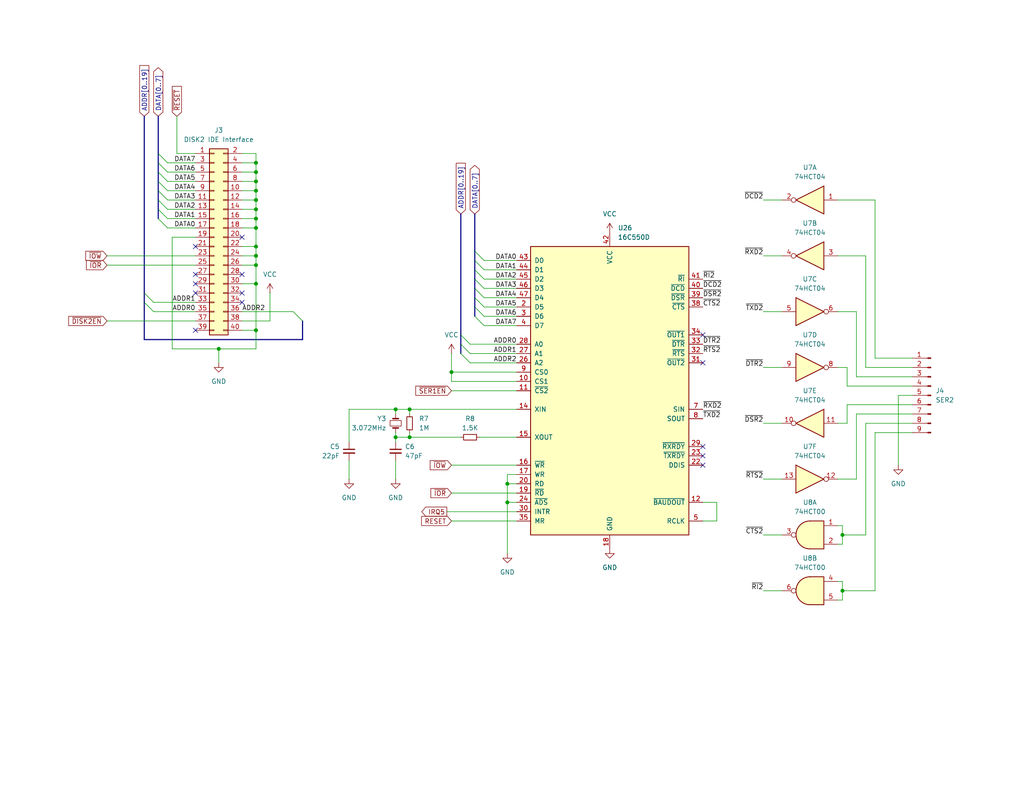
<source format=kicad_sch>
(kicad_sch (version 20231120) (generator "eeschema") (generator_version "8.0")
  (paper "A")
  (title_block (title "8088 Breadboard Computer") (date "2024-11-13") (rev "A") (company "St. Lawrence University") (comment 1 "Author: Kevin Angstadt"))
  (lib_symbols
    (symbol "74xx:74HCT00" (pin_names (offset 1.016))
      (property "Reference" "U" (at 0 1.27 0))
      (property "Value" "74HCT00" (at 0 -1.27 0))
      (symbol "74HCT00_1_1"
        (arc (start 0 -3.81) (mid 3.7934 0) (end 0 3.81) (stroke (width 0.254)) (fill (type background)))
        (polyline (pts (xy 0 3.81) (xy -3.81 3.81) (xy -3.81 -3.81) (xy 0 -3.81)) (stroke (width 0.254)) (fill (type background)))
        (pin input line (at -7.62 2.54 0) (length 3.81) (name "~") (number "1"))
        (pin input line (at -7.62 -2.54 0) (length 3.81) (name "~") (number "2"))
        (pin output inverted (at 7.62 0 180) (length 3.81) (name "~") (number "3"))
      )
      (symbol "74HCT00_1_2"
        (arc (start -3.81 -3.81) (mid -2.589 0) (end -3.81 3.81) (stroke (width 0.254)))
        (arc (start -0.6096 -3.81) (mid 2.1842 -2.5851) (end 3.81 0) (stroke (width 0.254)) (fill (type background)))
        (polyline (pts (xy -3.81 -3.81) (xy -0.635 -3.81)) (stroke (width 0.254)) (fill (type background)))
        (polyline (pts (xy -3.81 3.81) (xy -0.635 3.81)) (stroke (width 0.254)) (fill (type background)))
        (polyline (pts (xy -0.635 3.81) (xy -3.81 3.81) (xy -3.81 3.81) (xy -3.556 3.4036) (xy -3.0226 2.2606) (xy -2.6924 1.0414) (xy -2.6162 -0.254) (xy -2.7686 -1.4986) (xy -3.175 -2.7178) (xy -3.81 -3.81) (xy -3.81 -3.81) (xy -0.635 -3.81)) (stroke (width -25.4)) (fill (type background)))
        (arc (start 3.81 0) (mid 2.1915 2.5936) (end -0.6096 3.81) (stroke (width 0.254)) (fill (type background)))
        (pin input inverted (at -7.62 2.54 0) (length 4.318) (name "~") (number "1"))
        (pin input inverted (at -7.62 -2.54 0) (length 4.318) (name "~") (number "2"))
        (pin output line (at 7.62 0 180) (length 3.81) (name "~") (number "3"))
      )
      (symbol "74HCT00_2_1"
        (arc (start 0 -3.81) (mid 3.7934 0) (end 0 3.81) (stroke (width 0.254)) (fill (type background)))
        (polyline (pts (xy 0 3.81) (xy -3.81 3.81) (xy -3.81 -3.81) (xy 0 -3.81)) (stroke (width 0.254)) (fill (type background)))
        (pin input line (at -7.62 2.54 0) (length 3.81) (name "~") (number "4"))
        (pin input line (at -7.62 -2.54 0) (length 3.81) (name "~") (number "5"))
        (pin output inverted (at 7.62 0 180) (length 3.81) (name "~") (number "6"))
      )
      (symbol "74HCT00_2_2"
        (arc (start -3.81 -3.81) (mid -2.589 0) (end -3.81 3.81) (stroke (width 0.254)))
        (arc (start -0.6096 -3.81) (mid 2.1842 -2.5851) (end 3.81 0) (stroke (width 0.254)) (fill (type background)))
        (polyline (pts (xy -3.81 -3.81) (xy -0.635 -3.81)) (stroke (width 0.254)) (fill (type background)))
        (polyline (pts (xy -3.81 3.81) (xy -0.635 3.81)) (stroke (width 0.254)) (fill (type background)))
        (polyline (pts (xy -0.635 3.81) (xy -3.81 3.81) (xy -3.81 3.81) (xy -3.556 3.4036) (xy -3.0226 2.2606) (xy -2.6924 1.0414) (xy -2.6162 -0.254) (xy -2.7686 -1.4986) (xy -3.175 -2.7178) (xy -3.81 -3.81) (xy -3.81 -3.81) (xy -0.635 -3.81)) (stroke (width -25.4)) (fill (type background)))
        (arc (start 3.81 0) (mid 2.1915 2.5936) (end -0.6096 3.81) (stroke (width 0.254)) (fill (type background)))
        (pin input inverted (at -7.62 2.54 0) (length 4.318) (name "~") (number "4"))
        (pin input inverted (at -7.62 -2.54 0) (length 4.318) (name "~") (number "5"))
        (pin output line (at 7.62 0 180) (length 3.81) (name "~") (number "6"))
      )
      (symbol "74HCT00_3_1"
        (arc (start 0 -3.81) (mid 3.7934 0) (end 0 3.81) (stroke (width 0.254)) (fill (type background)))
        (polyline (pts (xy 0 3.81) (xy -3.81 3.81) (xy -3.81 -3.81) (xy 0 -3.81)) (stroke (width 0.254)) (fill (type background)))
        (pin input line (at -7.62 -2.54 0) (length 3.81) (name "~") (number "10"))
        (pin output inverted (at 7.62 0 180) (length 3.81) (name "~") (number "8"))
        (pin input line (at -7.62 2.54 0) (length 3.81) (name "~") (number "9"))
      )
      (symbol "74HCT00_3_2"
        (arc (start -3.81 -3.81) (mid -2.589 0) (end -3.81 3.81) (stroke (width 0.254)))
        (arc (start -0.6096 -3.81) (mid 2.1842 -2.5851) (end 3.81 0) (stroke (width 0.254)) (fill (type background)))
        (polyline (pts (xy -3.81 -3.81) (xy -0.635 -3.81)) (stroke (width 0.254)) (fill (type background)))
        (polyline (pts (xy -3.81 3.81) (xy -0.635 3.81)) (stroke (width 0.254)) (fill (type background)))
        (polyline (pts (xy -0.635 3.81) (xy -3.81 3.81) (xy -3.81 3.81) (xy -3.556 3.4036) (xy -3.0226 2.2606) (xy -2.6924 1.0414) (xy -2.6162 -0.254) (xy -2.7686 -1.4986) (xy -3.175 -2.7178) (xy -3.81 -3.81) (xy -3.81 -3.81) (xy -0.635 -3.81)) (stroke (width -25.4)) (fill (type background)))
        (arc (start 3.81 0) (mid 2.1915 2.5936) (end -0.6096 3.81) (stroke (width 0.254)) (fill (type background)))
        (pin input inverted (at -7.62 -2.54 0) (length 4.318) (name "~") (number "10"))
        (pin output line (at 7.62 0 180) (length 3.81) (name "~") (number "8"))
        (pin input inverted (at -7.62 2.54 0) (length 4.318) (name "~") (number "9"))
      )
      (symbol "74HCT00_4_1"
        (arc (start 0 -3.81) (mid 3.7934 0) (end 0 3.81) (stroke (width 0.254)) (fill (type background)))
        (polyline (pts (xy 0 3.81) (xy -3.81 3.81) (xy -3.81 -3.81) (xy 0 -3.81)) (stroke (width 0.254)) (fill (type background)))
        (pin output inverted (at 7.62 0 180) (length 3.81) (name "~") (number "11"))
        (pin input line (at -7.62 2.54 0) (length 3.81) (name "~") (number "12"))
        (pin input line (at -7.62 -2.54 0) (length 3.81) (name "~") (number "13"))
      )
      (symbol "74HCT00_4_2"
        (arc (start -3.81 -3.81) (mid -2.589 0) (end -3.81 3.81) (stroke (width 0.254)))
        (arc (start -0.6096 -3.81) (mid 2.1842 -2.5851) (end 3.81 0) (stroke (width 0.254)) (fill (type background)))
        (polyline (pts (xy -3.81 -3.81) (xy -0.635 -3.81)) (stroke (width 0.254)) (fill (type background)))
        (polyline (pts (xy -3.81 3.81) (xy -0.635 3.81)) (stroke (width 0.254)) (fill (type background)))
        (polyline (pts (xy -0.635 3.81) (xy -3.81 3.81) (xy -3.81 3.81) (xy -3.556 3.4036) (xy -3.0226 2.2606) (xy -2.6924 1.0414) (xy -2.6162 -0.254) (xy -2.7686 -1.4986) (xy -3.175 -2.7178) (xy -3.81 -3.81) (xy -3.81 -3.81) (xy -0.635 -3.81)) (stroke (width -25.4)) (fill (type background)))
        (arc (start 3.81 0) (mid 2.1915 2.5936) (end -0.6096 3.81) (stroke (width 0.254)) (fill (type background)))
        (pin output line (at 7.62 0 180) (length 3.81) (name "~") (number "11"))
        (pin input inverted (at -7.62 2.54 0) (length 4.318) (name "~") (number "12"))
        (pin input inverted (at -7.62 -2.54 0) (length 4.318) (name "~") (number "13"))
      )
      (symbol "74HCT00_5_0"
        (pin power_in line (at 0 12.7 270) (length 5.08) (name "VCC") (number "14"))
        (pin power_in line (at 0 -12.7 90) (length 5.08) (name "GND") (number "7"))
      )
      (symbol "74HCT00_5_1"
        (rectangle (start -5.08 7.62) (end 5.08 -7.62) (stroke (width 0.254)) (fill (type background)))
      )
    )
    (symbol "74xx:74HCT04"
      (property "Reference" "U" (at 0 1.27 0))
      (property "Value" "74HCT04" (at 0 -1.27 0))
      (symbol "74HCT04_1_0"
        (polyline (pts (xy -3.81 3.81) (xy -3.81 -3.81) (xy 3.81 0) (xy -3.81 3.81)) (stroke (width 0.254)) (fill (type background)))
        (pin input line (at -7.62 0 0) (length 3.81) (name "~") (number "1"))
        (pin output inverted (at 7.62 0 180) (length 3.81) (name "~") (number "2"))
      )
      (symbol "74HCT04_2_0"
        (polyline (pts (xy -3.81 3.81) (xy -3.81 -3.81) (xy 3.81 0) (xy -3.81 3.81)) (stroke (width 0.254)) (fill (type background)))
        (pin input line (at -7.62 0 0) (length 3.81) (name "~") (number "3"))
        (pin output inverted (at 7.62 0 180) (length 3.81) (name "~") (number "4"))
      )
      (symbol "74HCT04_3_0"
        (polyline (pts (xy -3.81 3.81) (xy -3.81 -3.81) (xy 3.81 0) (xy -3.81 3.81)) (stroke (width 0.254)) (fill (type background)))
        (pin input line (at -7.62 0 0) (length 3.81) (name "~") (number "5"))
        (pin output inverted (at 7.62 0 180) (length 3.81) (name "~") (number "6"))
      )
      (symbol "74HCT04_4_0"
        (polyline (pts (xy -3.81 3.81) (xy -3.81 -3.81) (xy 3.81 0) (xy -3.81 3.81)) (stroke (width 0.254)) (fill (type background)))
        (pin output inverted (at 7.62 0 180) (length 3.81) (name "~") (number "8"))
        (pin input line (at -7.62 0 0) (length 3.81) (name "~") (number "9"))
      )
      (symbol "74HCT04_5_0"
        (polyline (pts (xy -3.81 3.81) (xy -3.81 -3.81) (xy 3.81 0) (xy -3.81 3.81)) (stroke (width 0.254)) (fill (type background)))
        (pin output inverted (at 7.62 0 180) (length 3.81) (name "~") (number "10"))
        (pin input line (at -7.62 0 0) (length 3.81) (name "~") (number "11"))
      )
      (symbol "74HCT04_6_0"
        (polyline (pts (xy -3.81 3.81) (xy -3.81 -3.81) (xy 3.81 0) (xy -3.81 3.81)) (stroke (width 0.254)) (fill (type background)))
        (pin output inverted (at 7.62 0 180) (length 3.81) (name "~") (number "12"))
        (pin input line (at -7.62 0 0) (length 3.81) (name "~") (number "13"))
      )
      (symbol "74HCT04_7_0"
        (pin power_in line (at 0 12.7 270) (length 5.08) (name "VCC") (number "14"))
        (pin power_in line (at 0 -12.7 90) (length 5.08) (name "GND") (number "7"))
      )
      (symbol "74HCT04_7_1"
        (rectangle (start -5.08 7.62) (end 5.08 -7.62) (stroke (width 0.254)) (fill (type background)))
      )
    )
    (symbol "8088_Library:16C550D" (pin_names (offset 1.016))
      (property "Reference" "U" (at -21.59 40.64 0))
      (property "Value" "16C550D" (at 15.24 40.64 0))
      (symbol "16C550D_0_1"
        (rectangle (start -21.59 -39.37) (end 21.59 39.37) (stroke (width 0.254)) (fill (type background)))
      )
      (symbol "16C550D_1_0"
        (pin no_connect line (at 24.13 35.56 180) (length 2.54) hide (name "NC") (number "1"))
        (pin no_connect line (at 24.13 20.32 180) (length 2.54) hide (name "NC") (number "13"))
        (pin no_connect line (at 24.13 17.78 180) (length 2.54) hide (name "NC") (number "21"))
        (pin no_connect line (at 24.13 5.08 180) (length 2.54) hide (name "NC") (number "25"))
        (pin no_connect line (at 24.13 2.54 180) (length 2.54) hide (name "NC") (number "36"))
        (pin no_connect line (at 24.13 0 180) (length 2.54) hide (name "NC") (number "37"))
        (pin no_connect line (at 24.13 -2.54 180) (length 2.54) hide (name "NC") (number "48"))
        (pin no_connect line (at 24.13 33.02 180) (length 2.54) hide (name "NC") (number "6"))
      )
      (symbol "16C550D_1_1"
        (pin input line (at -25.4 2.54 0) (length 3.81) (name "CS1") (number "10"))
        (pin input line (at -25.4 0 0) (length 3.81) (name "~{CS2}") (number "11"))
        (pin output line (at 25.4 -30.48 180) (length 3.81) (name "~{BAUDOUT}") (number "12"))
        (pin input line (at -25.4 -5.08 0) (length 3.81) (name "XIN") (number "14"))
        (pin output line (at -25.4 -12.7 0) (length 3.81) (name "XOUT") (number "15"))
        (pin input line (at -25.4 -20.32 0) (length 3.81) (name "~{WR}") (number "16"))
        (pin input line (at -25.4 -22.86 0) (length 3.81) (name "WR") (number "17"))
        (pin power_in line (at 0 -43.18 90) (length 3.81) (name "GND") (number "18"))
        (pin input line (at -25.4 -27.94 0) (length 3.81) (name "~{RD}") (number "19"))
        (pin bidirectional line (at -25.4 22.86 0) (length 3.81) (name "D5") (number "2"))
        (pin input line (at -25.4 -25.4 0) (length 3.81) (name "RD") (number "20"))
        (pin output line (at 25.4 -20.32 180) (length 3.81) (name "DDIS") (number "22"))
        (pin output line (at 25.4 -17.78 180) (length 3.81) (name "~{TXRDY}") (number "23"))
        (pin input line (at -25.4 -30.48 0) (length 3.81) (name "~{ADS}") (number "24"))
        (pin input line (at -25.4 7.62 0) (length 3.81) (name "A2") (number "26"))
        (pin input line (at -25.4 10.16 0) (length 3.81) (name "A1") (number "27"))
        (pin input line (at -25.4 12.7 0) (length 3.81) (name "A0") (number "28"))
        (pin output line (at 25.4 -15.24 180) (length 3.81) (name "~{RXRDY}") (number "29"))
        (pin bidirectional line (at -25.4 20.32 0) (length 3.81) (name "D6") (number "3"))
        (pin output line (at -25.4 -33.02 0) (length 3.81) (name "INTR") (number "30"))
        (pin output line (at 25.4 7.62 180) (length 3.81) (name "~{OUT2}") (number "31"))
        (pin output line (at 25.4 10.16 180) (length 3.81) (name "~{RTS}") (number "32"))
        (pin output line (at 25.4 12.7 180) (length 3.81) (name "~{DTR}") (number "33"))
        (pin output line (at 25.4 15.24 180) (length 3.81) (name "~{OUT1}") (number "34"))
        (pin input line (at -25.4 -35.56 0) (length 3.81) (name "MR") (number "35"))
        (pin input line (at 25.4 22.86 180) (length 3.81) (name "~{CTS}") (number "38"))
        (pin input line (at 25.4 25.4 180) (length 3.81) (name "~{DSR}") (number "39"))
        (pin bidirectional line (at -25.4 17.78 0) (length 3.81) (name "D7") (number "4"))
        (pin input line (at 25.4 27.94 180) (length 3.81) (name "~{DCD}") (number "40"))
        (pin input line (at 25.4 30.48 180) (length 3.81) (name "~{RI}") (number "41"))
        (pin power_in line (at 0 43.18 270) (length 3.81) (name "VCC") (number "42"))
        (pin bidirectional line (at -25.4 35.56 0) (length 3.81) (name "D0") (number "43"))
        (pin bidirectional line (at -25.4 33.02 0) (length 3.81) (name "D1") (number "44"))
        (pin bidirectional line (at -25.4 30.48 0) (length 3.81) (name "D2") (number "45"))
        (pin bidirectional line (at -25.4 27.94 0) (length 3.81) (name "D3") (number "46"))
        (pin bidirectional line (at -25.4 25.4 0) (length 3.81) (name "D4") (number "47"))
        (pin input line (at 25.4 -35.56 180) (length 3.81) (name "RCLK") (number "5"))
        (pin input line (at 25.4 -5.08 180) (length 3.81) (name "SIN") (number "7"))
        (pin output line (at 25.4 -7.62 180) (length 3.81) (name "SOUT") (number "8"))
        (pin input line (at -25.4 5.08 0) (length 3.81) (name "CS0") (number "9"))
      )
    )
    (symbol "Connector:Conn_01x09_Pin" (pin_names (offset 1.016) hide)
      (property "Reference" "J" (at 0 12.7 0))
      (property "Value" "Conn_01x09_Pin" (at 0 -12.7 0))
      (symbol "Conn_01x09_Pin_1_1"
        (polyline (pts (xy 1.27 -10.16) (xy 0.8636 -10.16)) (stroke (width 0.1524)))
        (polyline (pts (xy 1.27 -7.62) (xy 0.8636 -7.62)) (stroke (width 0.1524)))
        (polyline (pts (xy 1.27 -5.08) (xy 0.8636 -5.08)) (stroke (width 0.1524)))
        (polyline (pts (xy 1.27 -2.54) (xy 0.8636 -2.54)) (stroke (width 0.1524)))
        (polyline (pts (xy 1.27 0) (xy 0.8636 0)) (stroke (width 0.1524)))
        (polyline (pts (xy 1.27 2.54) (xy 0.8636 2.54)) (stroke (width 0.1524)))
        (polyline (pts (xy 1.27 5.08) (xy 0.8636 5.08)) (stroke (width 0.1524)))
        (polyline (pts (xy 1.27 7.62) (xy 0.8636 7.62)) (stroke (width 0.1524)))
        (polyline (pts (xy 1.27 10.16) (xy 0.8636 10.16)) (stroke (width 0.1524)))
        (rectangle (start 0.8636 -10.033) (end 0 -10.287) (stroke (width 0.1524)) (fill (type outline)))
        (rectangle (start 0.8636 -7.493) (end 0 -7.747) (stroke (width 0.1524)) (fill (type outline)))
        (rectangle (start 0.8636 -4.953) (end 0 -5.207) (stroke (width 0.1524)) (fill (type outline)))
        (rectangle (start 0.8636 -2.413) (end 0 -2.667) (stroke (width 0.1524)) (fill (type outline)))
        (rectangle (start 0.8636 0.127) (end 0 -0.127) (stroke (width 0.1524)) (fill (type outline)))
        (rectangle (start 0.8636 2.667) (end 0 2.413) (stroke (width 0.1524)) (fill (type outline)))
        (rectangle (start 0.8636 5.207) (end 0 4.953) (stroke (width 0.1524)) (fill (type outline)))
        (rectangle (start 0.8636 7.747) (end 0 7.493) (stroke (width 0.1524)) (fill (type outline)))
        (rectangle (start 0.8636 10.287) (end 0 10.033) (stroke (width 0.1524)) (fill (type outline)))
        (pin passive line (at 5.08 10.16 180) (length 3.81) (name "Pin_1") (number "1"))
        (pin passive line (at 5.08 7.62 180) (length 3.81) (name "Pin_2") (number "2"))
        (pin passive line (at 5.08 5.08 180) (length 3.81) (name "Pin_3") (number "3"))
        (pin passive line (at 5.08 2.54 180) (length 3.81) (name "Pin_4") (number "4"))
        (pin passive line (at 5.08 0 180) (length 3.81) (name "Pin_5") (number "5"))
        (pin passive line (at 5.08 -2.54 180) (length 3.81) (name "Pin_6") (number "6"))
        (pin passive line (at 5.08 -5.08 180) (length 3.81) (name "Pin_7") (number "7"))
        (pin passive line (at 5.08 -7.62 180) (length 3.81) (name "Pin_8") (number "8"))
        (pin passive line (at 5.08 -10.16 180) (length 3.81) (name "Pin_9") (number "9"))
      )
    )
    (symbol "Connector_Generic:Conn_02x20_Odd_Even" (pin_names (offset 1.016) hide)
      (property "Reference" "J" (at 1.27 25.4 0))
      (property "Value" "Conn_02x20_Odd_Even" (at 1.27 -27.94 0))
      (symbol "Conn_02x20_Odd_Even_1_1"
        (rectangle (start -1.27 -25.273) (end 0 -25.527) (stroke (width 0.1524)))
        (rectangle (start -1.27 -22.733) (end 0 -22.987) (stroke (width 0.1524)))
        (rectangle (start -1.27 -20.193) (end 0 -20.447) (stroke (width 0.1524)))
        (rectangle (start -1.27 -17.653) (end 0 -17.907) (stroke (width 0.1524)))
        (rectangle (start -1.27 -15.113) (end 0 -15.367) (stroke (width 0.1524)))
        (rectangle (start -1.27 -12.573) (end 0 -12.827) (stroke (width 0.1524)))
        (rectangle (start -1.27 -10.033) (end 0 -10.287) (stroke (width 0.1524)))
        (rectangle (start -1.27 -7.493) (end 0 -7.747) (stroke (width 0.1524)))
        (rectangle (start -1.27 -4.953) (end 0 -5.207) (stroke (width 0.1524)))
        (rectangle (start -1.27 -2.413) (end 0 -2.667) (stroke (width 0.1524)))
        (rectangle (start -1.27 0.127) (end 0 -0.127) (stroke (width 0.1524)))
        (rectangle (start -1.27 2.667) (end 0 2.413) (stroke (width 0.1524)))
        (rectangle (start -1.27 5.207) (end 0 4.953) (stroke (width 0.1524)))
        (rectangle (start -1.27 7.747) (end 0 7.493) (stroke (width 0.1524)))
        (rectangle (start -1.27 10.287) (end 0 10.033) (stroke (width 0.1524)))
        (rectangle (start -1.27 12.827) (end 0 12.573) (stroke (width 0.1524)))
        (rectangle (start -1.27 15.367) (end 0 15.113) (stroke (width 0.1524)))
        (rectangle (start -1.27 17.907) (end 0 17.653) (stroke (width 0.1524)))
        (rectangle (start -1.27 20.447) (end 0 20.193) (stroke (width 0.1524)))
        (rectangle (start -1.27 22.987) (end 0 22.733) (stroke (width 0.1524)))
        (rectangle (start -1.27 24.13) (end 3.81 -26.67) (stroke (width 0.254)) (fill (type background)))
        (rectangle (start 3.81 -25.273) (end 2.54 -25.527) (stroke (width 0.1524)))
        (rectangle (start 3.81 -22.733) (end 2.54 -22.987) (stroke (width 0.1524)))
        (rectangle (start 3.81 -20.193) (end 2.54 -20.447) (stroke (width 0.1524)))
        (rectangle (start 3.81 -17.653) (end 2.54 -17.907) (stroke (width 0.1524)))
        (rectangle (start 3.81 -15.113) (end 2.54 -15.367) (stroke (width 0.1524)))
        (rectangle (start 3.81 -12.573) (end 2.54 -12.827) (stroke (width 0.1524)))
        (rectangle (start 3.81 -10.033) (end 2.54 -10.287) (stroke (width 0.1524)))
        (rectangle (start 3.81 -7.493) (end 2.54 -7.747) (stroke (width 0.1524)))
        (rectangle (start 3.81 -4.953) (end 2.54 -5.207) (stroke (width 0.1524)))
        (rectangle (start 3.81 -2.413) (end 2.54 -2.667) (stroke (width 0.1524)))
        (rectangle (start 3.81 0.127) (end 2.54 -0.127) (stroke (width 0.1524)))
        (rectangle (start 3.81 2.667) (end 2.54 2.413) (stroke (width 0.1524)))
        (rectangle (start 3.81 5.207) (end 2.54 4.953) (stroke (width 0.1524)))
        (rectangle (start 3.81 7.747) (end 2.54 7.493) (stroke (width 0.1524)))
        (rectangle (start 3.81 10.287) (end 2.54 10.033) (stroke (width 0.1524)))
        (rectangle (start 3.81 12.827) (end 2.54 12.573) (stroke (width 0.1524)))
        (rectangle (start 3.81 15.367) (end 2.54 15.113) (stroke (width 0.1524)))
        (rectangle (start 3.81 17.907) (end 2.54 17.653) (stroke (width 0.1524)))
        (rectangle (start 3.81 20.447) (end 2.54 20.193) (stroke (width 0.1524)))
        (rectangle (start 3.81 22.987) (end 2.54 22.733) (stroke (width 0.1524)))
        (pin passive line (at -5.08 22.86 0) (length 3.81) (name "Pin_1") (number "1"))
        (pin passive line (at 7.62 12.7 180) (length 3.81) (name "Pin_10") (number "10"))
        (pin passive line (at -5.08 10.16 0) (length 3.81) (name "Pin_11") (number "11"))
        (pin passive line (at 7.62 10.16 180) (length 3.81) (name "Pin_12") (number "12"))
        (pin passive line (at -5.08 7.62 0) (length 3.81) (name "Pin_13") (number "13"))
        (pin passive line (at 7.62 7.62 180) (length 3.81) (name "Pin_14") (number "14"))
        (pin passive line (at -5.08 5.08 0) (length 3.81) (name "Pin_15") (number "15"))
        (pin passive line (at 7.62 5.08 180) (length 3.81) (name "Pin_16") (number "16"))
        (pin passive line (at -5.08 2.54 0) (length 3.81) (name "Pin_17") (number "17"))
        (pin passive line (at 7.62 2.54 180) (length 3.81) (name "Pin_18") (number "18"))
        (pin passive line (at -5.08 0 0) (length 3.81) (name "Pin_19") (number "19"))
        (pin passive line (at 7.62 22.86 180) (length 3.81) (name "Pin_2") (number "2"))
        (pin passive line (at 7.62 0 180) (length 3.81) (name "Pin_20") (number "20"))
        (pin passive line (at -5.08 -2.54 0) (length 3.81) (name "Pin_21") (number "21"))
        (pin passive line (at 7.62 -2.54 180) (length 3.81) (name "Pin_22") (number "22"))
        (pin passive line (at -5.08 -5.08 0) (length 3.81) (name "Pin_23") (number "23"))
        (pin passive line (at 7.62 -5.08 180) (length 3.81) (name "Pin_24") (number "24"))
        (pin passive line (at -5.08 -7.62 0) (length 3.81) (name "Pin_25") (number "25"))
        (pin passive line (at 7.62 -7.62 180) (length 3.81) (name "Pin_26") (number "26"))
        (pin passive line (at -5.08 -10.16 0) (length 3.81) (name "Pin_27") (number "27"))
        (pin passive line (at 7.62 -10.16 180) (length 3.81) (name "Pin_28") (number "28"))
        (pin passive line (at -5.08 -12.7 0) (length 3.81) (name "Pin_29") (number "29"))
        (pin passive line (at -5.08 20.32 0) (length 3.81) (name "Pin_3") (number "3"))
        (pin passive line (at 7.62 -12.7 180) (length 3.81) (name "Pin_30") (number "30"))
        (pin passive line (at -5.08 -15.24 0) (length 3.81) (name "Pin_31") (number "31"))
        (pin passive line (at 7.62 -15.24 180) (length 3.81) (name "Pin_32") (number "32"))
        (pin passive line (at -5.08 -17.78 0) (length 3.81) (name "Pin_33") (number "33"))
        (pin passive line (at 7.62 -17.78 180) (length 3.81) (name "Pin_34") (number "34"))
        (pin passive line (at -5.08 -20.32 0) (length 3.81) (name "Pin_35") (number "35"))
        (pin passive line (at 7.62 -20.32 180) (length 3.81) (name "Pin_36") (number "36"))
        (pin passive line (at -5.08 -22.86 0) (length 3.81) (name "Pin_37") (number "37"))
        (pin passive line (at 7.62 -22.86 180) (length 3.81) (name "Pin_38") (number "38"))
        (pin passive line (at -5.08 -25.4 0) (length 3.81) (name "Pin_39") (number "39"))
        (pin passive line (at 7.62 20.32 180) (length 3.81) (name "Pin_4") (number "4"))
        (pin passive line (at 7.62 -25.4 180) (length 3.81) (name "Pin_40") (number "40"))
        (pin passive line (at -5.08 17.78 0) (length 3.81) (name "Pin_5") (number "5"))
        (pin passive line (at 7.62 17.78 180) (length 3.81) (name "Pin_6") (number "6"))
        (pin passive line (at -5.08 15.24 0) (length 3.81) (name "Pin_7") (number "7"))
        (pin passive line (at 7.62 15.24 180) (length 3.81) (name "Pin_8") (number "8"))
        (pin passive line (at -5.08 12.7 0) (length 3.81) (name "Pin_9") (number "9"))
      )
    )
    (symbol "Device:C_Small" (pin_numbers hide) (pin_names (offset 0.254) hide)
      (property "Reference" "C" (at 0.254 1.778 0))
      (property "Value" "C_Small" (at 0.254 -2.032 0))
      (symbol "C_Small_0_1"
        (polyline (pts (xy -1.524 -0.508) (xy 1.524 -0.508)) (stroke (width 0.3302)))
        (polyline (pts (xy -1.524 0.508) (xy 1.524 0.508)) (stroke (width 0.3048)))
      )
      (symbol "C_Small_1_1"
        (pin passive line (at 0 2.54 270) (length 2.032) (name "~") (number "1"))
        (pin passive line (at 0 -2.54 90) (length 2.032) (name "~") (number "2"))
      )
    )
    (symbol "Device:Crystal_Small" (pin_numbers hide) (pin_names (offset 1.016) hide)
      (property "Reference" "Y" (at 0 2.54 0))
      (property "Value" "Crystal_Small" (at 0 -2.54 0))
      (symbol "Crystal_Small_0_1"
        (rectangle (start -0.762 -1.524) (end 0.762 1.524))
        (polyline (pts (xy -1.27 -0.762) (xy -1.27 0.762)) (stroke (width 0.381)))
        (polyline (pts (xy 1.27 -0.762) (xy 1.27 0.762)) (stroke (width 0.381)))
      )
      (symbol "Crystal_Small_1_1"
        (pin passive line (at -2.54 0 0) (length 1.27) (name "1") (number "1"))
        (pin passive line (at 2.54 0 180) (length 1.27) (name "2") (number "2"))
      )
    )
    (symbol "Device:R_Small" (pin_numbers hide) (pin_names (offset 0.254) hide)
      (property "Reference" "R" (at 0.762 0.508 0))
      (property "Value" "R_Small" (at 0.762 -1.016 0))
      (symbol "R_Small_0_1"
        (rectangle (start -0.762 1.778) (end 0.762 -1.778) (stroke (width 0.2032)))
      )
      (symbol "R_Small_1_1"
        (pin passive line (at 0 2.54 270) (length 0.762) (name "~") (number "1"))
        (pin passive line (at 0 -2.54 90) (length 0.762) (name "~") (number "2"))
      )
    )
    (symbol "power:GND" (power) (pin_numbers hide) (pin_names (offset 0) hide)
      (property "Value" "GND" (at 0 -3.81 0))
      (symbol "GND_0_1"
        (polyline (pts (xy 0 0) (xy 0 -1.27) (xy 1.27 -1.27) (xy 0 -2.54) (xy -1.27 -1.27) (xy 0 -1.27)))
      )
      (symbol "GND_1_1"
        (pin power_in line (at 0 0 270) (length 0) (name "~") (number "1"))
      )
    )
    (symbol "power:VCC" (power) (pin_numbers hide) (pin_names (offset 0) hide)
      (property "Value" "VCC" (at 0 3.556 0))
      (symbol "VCC_0_1"
        (polyline (pts (xy -0.762 1.27) (xy 0 2.54)))
        (polyline (pts (xy 0 0) (xy 0 2.54)))
        (polyline (pts (xy 0 2.54) (xy 0.762 1.27)))
      )
      (symbol "VCC_1_1"
        (pin power_in line (at 0 0 90) (length 0) (name "~") (number "1"))
      )
    )
  )
  (junction (at 69.85 59.69))
  (junction (at 69.85 67.31))
  (junction (at 107.95 111.76))
  (junction (at 111.76 119.38))
  (junction (at 69.85 52.07))
  (junction (at 59.69 95.25))
  (junction (at 69.85 46.99))
  (junction (at 69.85 54.61))
  (junction (at 229.87 161.29))
  (junction (at 69.85 44.45))
  (junction (at 123.19 101.6))
  (junction (at 138.43 137.16))
  (junction (at 69.85 90.17))
  (junction (at 69.85 69.85))
  (junction (at 111.76 111.76))
  (junction (at 69.85 77.47))
  (junction (at 69.85 72.39))
  (junction (at 107.95 119.38))
  (junction (at 69.85 49.53))
  (junction (at 138.43 132.08))
  (junction (at 69.85 62.23))
  (junction (at 69.85 57.15))
  (junction (at 229.87 146.05))
  (no_connect (at 66.04 82.55))
  (no_connect (at 53.34 80.01))
  (no_connect (at 53.34 90.17))
  (no_connect (at 191.77 124.46))
  (no_connect (at 53.34 74.93))
  (no_connect (at 66.04 64.77))
  (no_connect (at 53.34 67.31))
  (no_connect (at 53.34 77.47))
  (no_connect (at 191.77 121.92))
  (no_connect (at 66.04 80.01))
  (no_connect (at 66.04 74.93))
  (no_connect (at 191.77 91.44))
  (no_connect (at 191.77 99.06))
  (no_connect (at 191.77 127))
  (bus_entry (at 129.54 83.82) (size 2.54 2.54))
  (bus_entry (at 43.18 44.45) (size 2.54 2.54))
  (bus_entry (at 43.18 54.61) (size 2.54 2.54))
  (bus_entry (at 39.37 80.01) (size 2.54 2.54))
  (bus_entry (at 129.54 86.36) (size 2.54 2.54))
  (bus_entry (at 43.18 49.53) (size 2.54 2.54))
  (bus_entry (at 125.73 93.98) (size 2.54 2.54))
  (bus_entry (at 43.18 41.91) (size 2.54 2.54))
  (bus_entry (at 43.18 46.99) (size 2.54 2.54))
  (bus_entry (at 43.18 59.69) (size 2.54 2.54))
  (bus_entry (at 129.54 76.2) (size 2.54 2.54))
  (bus_entry (at 129.54 78.74) (size 2.54 2.54))
  (bus_entry (at 43.18 52.07) (size 2.54 2.54))
  (bus_entry (at 39.37 82.55) (size 2.54 2.54))
  (bus_entry (at 129.54 81.28) (size 2.54 2.54))
  (bus_entry (at 129.54 68.58) (size 2.54 2.54))
  (bus_entry (at 80.01 85.09) (size 2.54 2.54))
  (bus_entry (at 43.18 57.15) (size 2.54 2.54))
  (bus_entry (at 129.54 73.66) (size 2.54 2.54))
  (bus_entry (at 125.73 96.52) (size 2.54 2.54))
  (bus_entry (at 125.73 91.44) (size 2.54 2.54))
  (bus_entry (at 129.54 71.12) (size 2.54 2.54))
  (wire (pts (xy 248.92 113.03) (xy 233.68 113.03)))
  (bus (pts (xy 125.73 93.98) (xy 125.73 96.52)))
  (wire (pts (xy 231.14 100.33) (xy 231.14 105.41)))
  (wire (pts (xy 45.72 57.15) (xy 53.34 57.15)))
  (wire (pts (xy 231.14 115.57) (xy 228.6 115.57)))
  (wire (pts (xy 69.85 69.85) (xy 69.85 67.31)))
  (wire (pts (xy 138.43 137.16) (xy 138.43 132.08)))
  (wire (pts (xy 228.6 163.83) (xy 229.87 163.83)))
  (bus (pts (xy 43.18 54.61) (xy 43.18 57.15)))
  (wire (pts (xy 228.6 148.59) (xy 229.87 148.59)))
  (bus (pts (xy 43.18 31.75) (xy 43.18 41.91)))
  (wire (pts (xy 233.68 85.09) (xy 233.68 102.87)))
  (wire (pts (xy 132.08 83.82) (xy 140.97 83.82)))
  (wire (pts (xy 123.19 106.68) (xy 140.97 106.68)))
  (wire (pts (xy 123.19 96.52) (xy 123.19 101.6)))
  (wire (pts (xy 69.85 77.47) (xy 69.85 90.17)))
  (wire (pts (xy 69.85 54.61) (xy 69.85 57.15)))
  (wire (pts (xy 66.04 62.23) (xy 69.85 62.23)))
  (wire (pts (xy 48.26 41.91) (xy 53.34 41.91)))
  (wire (pts (xy 66.04 54.61) (xy 69.85 54.61)))
  (wire (pts (xy 107.95 113.03) (xy 107.95 111.76)))
  (wire (pts (xy 46.99 64.77) (xy 46.99 95.25)))
  (wire (pts (xy 138.43 132.08) (xy 138.43 129.54)))
  (wire (pts (xy 130.81 119.38) (xy 140.97 119.38)))
  (bus (pts (xy 129.54 83.82) (xy 129.54 86.36)))
  (wire (pts (xy 208.28 130.81) (xy 213.36 130.81)))
  (wire (pts (xy 132.08 81.28) (xy 140.97 81.28)))
  (wire (pts (xy 107.95 125.73) (xy 107.95 130.81)))
  (wire (pts (xy 228.6 130.81) (xy 233.68 130.81)))
  (wire (pts (xy 208.28 146.05) (xy 213.36 146.05)))
  (wire (pts (xy 140.97 104.14) (xy 123.19 104.14)))
  (wire (pts (xy 208.28 161.29) (xy 213.36 161.29)))
  (wire (pts (xy 123.19 127) (xy 140.97 127)))
  (wire (pts (xy 41.91 85.09) (xy 53.34 85.09)))
  (wire (pts (xy 45.72 44.45) (xy 53.34 44.45)))
  (wire (pts (xy 69.85 41.91) (xy 69.85 44.45)))
  (wire (pts (xy 29.21 87.63) (xy 53.34 87.63)))
  (wire (pts (xy 208.28 115.57) (xy 213.36 115.57)))
  (wire (pts (xy 233.68 102.87) (xy 248.92 102.87)))
  (wire (pts (xy 69.85 44.45) (xy 69.85 46.99)))
  (wire (pts (xy 208.28 85.09) (xy 213.36 85.09)))
  (bus (pts (xy 43.18 44.45) (xy 43.18 46.99)))
  (wire (pts (xy 69.85 77.47) (xy 66.04 77.47)))
  (wire (pts (xy 59.69 95.25) (xy 69.85 95.25)))
  (bus (pts (xy 43.18 57.15) (xy 43.18 59.69)))
  (wire (pts (xy 95.25 125.73) (xy 95.25 130.81)))
  (wire (pts (xy 228.6 143.51) (xy 229.87 143.51)))
  (wire (pts (xy 69.85 90.17) (xy 69.85 95.25)))
  (bus (pts (xy 39.37 92.71) (xy 82.55 92.71)))
  (bus (pts (xy 39.37 82.55) (xy 39.37 92.71)))
  (wire (pts (xy 128.27 93.98) (xy 140.97 93.98)))
  (wire (pts (xy 95.25 111.76) (xy 107.95 111.76)))
  (wire (pts (xy 132.08 76.2) (xy 140.97 76.2)))
  (wire (pts (xy 233.68 113.03) (xy 233.68 130.81)))
  (bus (pts (xy 129.54 71.12) (xy 129.54 73.66)))
  (wire (pts (xy 66.04 49.53) (xy 69.85 49.53)))
  (wire (pts (xy 238.76 161.29) (xy 229.87 161.29)))
  (wire (pts (xy 95.25 120.65) (xy 95.25 111.76)))
  (wire (pts (xy 45.72 52.07) (xy 53.34 52.07)))
  (wire (pts (xy 69.85 57.15) (xy 69.85 59.69)))
  (wire (pts (xy 248.92 110.49) (xy 231.14 110.49)))
  (wire (pts (xy 138.43 129.54) (xy 140.97 129.54)))
  (wire (pts (xy 66.04 72.39) (xy 69.85 72.39)))
  (wire (pts (xy 111.76 118.11) (xy 111.76 119.38)))
  (wire (pts (xy 123.19 104.14) (xy 123.19 101.6)))
  (bus (pts (xy 39.37 80.01) (xy 39.37 82.55)))
  (wire (pts (xy 125.73 119.38) (xy 111.76 119.38)))
  (wire (pts (xy 236.22 146.05) (xy 236.22 115.57)))
  (wire (pts (xy 107.95 111.76) (xy 111.76 111.76)))
  (wire (pts (xy 229.87 163.83) (xy 229.87 161.29)))
  (wire (pts (xy 236.22 100.33) (xy 236.22 69.85)))
  (wire (pts (xy 140.97 111.76) (xy 111.76 111.76)))
  (wire (pts (xy 66.04 41.91) (xy 69.85 41.91)))
  (wire (pts (xy 228.6 85.09) (xy 233.68 85.09)))
  (wire (pts (xy 228.6 54.61) (xy 238.76 54.61)))
  (wire (pts (xy 59.69 95.25) (xy 59.69 99.06)))
  (wire (pts (xy 228.6 158.75) (xy 229.87 158.75)))
  (bus (pts (xy 39.37 31.75) (xy 39.37 80.01)))
  (wire (pts (xy 69.85 72.39) (xy 69.85 77.47)))
  (wire (pts (xy 236.22 69.85) (xy 228.6 69.85)))
  (bus (pts (xy 129.54 68.58) (xy 129.54 71.12)))
  (wire (pts (xy 238.76 118.11) (xy 248.92 118.11)))
  (bus (pts (xy 129.54 78.74) (xy 129.54 81.28)))
  (wire (pts (xy 238.76 54.61) (xy 238.76 97.79)))
  (wire (pts (xy 128.27 99.06) (xy 140.97 99.06)))
  (wire (pts (xy 138.43 137.16) (xy 140.97 137.16)))
  (wire (pts (xy 69.85 49.53) (xy 69.85 52.07)))
  (bus (pts (xy 125.73 91.44) (xy 125.73 93.98)))
  (wire (pts (xy 69.85 52.07) (xy 69.85 54.61)))
  (wire (pts (xy 29.21 69.85) (xy 53.34 69.85)))
  (bus (pts (xy 125.73 58.42) (xy 125.73 91.44)))
  (wire (pts (xy 66.04 52.07) (xy 69.85 52.07)))
  (wire (pts (xy 46.99 95.25) (xy 59.69 95.25)))
  (wire (pts (xy 238.76 161.29) (xy 238.76 118.11)))
  (wire (pts (xy 69.85 67.31) (xy 66.04 67.31)))
  (wire (pts (xy 45.72 62.23) (xy 53.34 62.23)))
  (bus (pts (xy 129.54 73.66) (xy 129.54 76.2)))
  (wire (pts (xy 245.11 107.95) (xy 248.92 107.95)))
  (wire (pts (xy 238.76 97.79) (xy 248.92 97.79)))
  (wire (pts (xy 231.14 105.41) (xy 248.92 105.41)))
  (wire (pts (xy 191.77 137.16) (xy 195.58 137.16)))
  (wire (pts (xy 195.58 142.24) (xy 191.77 142.24)))
  (wire (pts (xy 69.85 62.23) (xy 69.85 67.31)))
  (bus (pts (xy 129.54 81.28) (xy 129.54 83.82)))
  (wire (pts (xy 73.66 80.01) (xy 73.66 87.63)))
  (wire (pts (xy 111.76 111.76) (xy 111.76 113.03)))
  (wire (pts (xy 45.72 59.69) (xy 53.34 59.69)))
  (wire (pts (xy 229.87 148.59) (xy 229.87 146.05)))
  (wire (pts (xy 128.27 96.52) (xy 140.97 96.52)))
  (wire (pts (xy 66.04 46.99) (xy 69.85 46.99)))
  (wire (pts (xy 208.28 54.61) (xy 213.36 54.61)))
  (wire (pts (xy 48.26 31.75) (xy 48.26 41.91)))
  (wire (pts (xy 45.72 46.99) (xy 53.34 46.99)))
  (wire (pts (xy 132.08 86.36) (xy 140.97 86.36)))
  (wire (pts (xy 132.08 73.66) (xy 140.97 73.66)))
  (wire (pts (xy 231.14 110.49) (xy 231.14 115.57)))
  (wire (pts (xy 132.08 71.12) (xy 140.97 71.12)))
  (wire (pts (xy 132.08 78.74) (xy 140.97 78.74)))
  (bus (pts (xy 82.55 87.63) (xy 82.55 92.71)))
  (bus (pts (xy 43.18 41.91) (xy 43.18 44.45)))
  (wire (pts (xy 236.22 115.57) (xy 248.92 115.57)))
  (wire (pts (xy 229.87 143.51) (xy 229.87 146.05)))
  (wire (pts (xy 45.72 54.61) (xy 53.34 54.61)))
  (wire (pts (xy 138.43 132.08) (xy 140.97 132.08)))
  (wire (pts (xy 123.19 101.6) (xy 140.97 101.6)))
  (wire (pts (xy 29.21 72.39) (xy 53.34 72.39)))
  (wire (pts (xy 69.85 46.99) (xy 69.85 49.53)))
  (wire (pts (xy 208.28 69.85) (xy 213.36 69.85)))
  (wire (pts (xy 248.92 100.33) (xy 236.22 100.33)))
  (bus (pts (xy 43.18 49.53) (xy 43.18 52.07)))
  (wire (pts (xy 66.04 90.17) (xy 69.85 90.17)))
  (wire (pts (xy 53.34 64.77) (xy 46.99 64.77)))
  (bus (pts (xy 129.54 76.2) (xy 129.54 78.74)))
  (wire (pts (xy 107.95 119.38) (xy 107.95 118.11)))
  (wire (pts (xy 111.76 119.38) (xy 107.95 119.38)))
  (wire (pts (xy 121.92 139.7) (xy 140.97 139.7)))
  (wire (pts (xy 123.19 134.62) (xy 140.97 134.62)))
  (bus (pts (xy 129.54 58.42) (xy 129.54 68.58)))
  (wire (pts (xy 66.04 59.69) (xy 69.85 59.69)))
  (wire (pts (xy 195.58 137.16) (xy 195.58 142.24)))
  (wire (pts (xy 69.85 59.69) (xy 69.85 62.23)))
  (wire (pts (xy 73.66 87.63) (xy 66.04 87.63)))
  (wire (pts (xy 138.43 151.13) (xy 138.43 137.16)))
  (wire (pts (xy 132.08 88.9) (xy 140.97 88.9)))
  (wire (pts (xy 107.95 119.38) (xy 107.95 120.65)))
  (wire (pts (xy 228.6 100.33) (xy 231.14 100.33)))
  (wire (pts (xy 229.87 158.75) (xy 229.87 161.29)))
  (wire (pts (xy 66.04 44.45) (xy 69.85 44.45)))
  (wire (pts (xy 208.28 100.33) (xy 213.36 100.33)))
  (wire (pts (xy 236.22 146.05) (xy 229.87 146.05)))
  (wire (pts (xy 66.04 69.85) (xy 69.85 69.85)))
  (bus (pts (xy 43.18 52.07) (xy 43.18 54.61)))
  (wire (pts (xy 41.91 82.55) (xy 53.34 82.55)))
  (wire (pts (xy 66.04 85.09) (xy 80.01 85.09)))
  (wire (pts (xy 69.85 72.39) (xy 69.85 69.85)))
  (wire (pts (xy 245.11 107.95) (xy 245.11 127)))
  (bus (pts (xy 43.18 46.99) (xy 43.18 49.53)))
  (wire (pts (xy 45.72 49.53) (xy 53.34 49.53)))
  (wire (pts (xy 123.19 142.24) (xy 140.97 142.24)))
  (wire (pts (xy 66.04 57.15) (xy 69.85 57.15)))
  (label "DATA2" (at 140.97 76.2 180))
  (label "~{CTS2}" (at 191.77 83.82 0))
  (label "DATA7" (at 53.34 44.45 180))
  (label "~{RXD2}" (at 191.77 111.76 0))
  (label "~{RI2}" (at 191.77 76.2 0))
  (label "~{RTS2}" (at 191.77 96.52 0))
  (label "ADDR2" (at 140.97 99.06 180))
  (label "~{DSR2}" (at 208.28 115.57 180))
  (label "DATA5" (at 53.34 49.53 180))
  (label "DATA2" (at 53.34 57.15 180))
  (label "DATA0" (at 53.34 62.23 180))
  (label "DATA1" (at 140.97 73.66 180))
  (label "~{TXD2}" (at 191.77 114.3 0))
  (label "ADDR0" (at 140.97 93.98 180))
  (label "DATA7" (at 140.97 88.9 180))
  (label "DATA3" (at 53.34 54.61 180))
  (label "~{RXD2}" (at 208.28 69.85 180))
  (label "~{CTS2}" (at 208.28 146.05 180))
  (label "DATA1" (at 53.34 59.69 180))
  (label "ADDR0" (at 53.34 85.09 180))
  (label "DATA0" (at 140.97 71.12 180))
  (label "~{TXD2}" (at 208.28 85.09 180))
  (label "~{RTS2}" (at 208.28 130.81 180))
  (label "~{RI2}" (at 208.28 161.29 180))
  (label "~{DTR2}" (at 191.77 93.98 0))
  (label "ADDR2" (at 66.04 85.09 0))
  (label "~{DTR2}" (at 208.28 100.33 180))
  (label "ADDR1" (at 140.97 96.52 180))
  (label "~{DCD2}" (at 191.77 78.74 0))
  (label "DATA3" (at 140.97 78.74 180))
  (label "DATA4" (at 53.34 52.07 180))
  (label "DATA6" (at 140.97 86.36 180))
  (label "DATA6" (at 53.34 46.99 180))
  (label "DATA5" (at 140.97 83.82 180))
  (label "~{DCD2}" (at 208.28 54.61 180))
  (label "DATA4" (at 140.97 81.28 180))
  (label "ADDR1" (at 53.34 82.55 180))
  (label "~{DSR2}" (at 191.77 81.28 0))
  (global_label "RESET" (shape input) (at 123.19 142.24 180) (property "Intersheetrefs" "${INTERSHEET_REFS}" (effects (hide yes))))
  (global_label "~{IOW}" (shape input) (at 29.21 69.85 180) (property "Intersheetrefs" "${INTERSHEET_REFS}" (effects (hide yes))))
  (global_label "IRQ5" (shape output) (at 121.92 139.7 180) (property "Intersheetrefs" "${INTERSHEET_REFS}" (effects (hide yes))))
  (global_label "DATA[0..7]" (shape bidirectional) (at 43.18 31.75 90) (property "Intersheetrefs" "${INTERSHEET_REFS}" (effects (hide yes))))
  (global_label "~{SER1EN}" (shape input) (at 123.19 106.68 180) (property "Intersheetrefs" "${INTERSHEET_REFS}" (effects (hide yes))))
  (global_label "~{IOR}" (shape input) (at 29.21 72.39 180) (property "Intersheetrefs" "${INTERSHEET_REFS}" (effects (hide yes))))
  (global_label "~{RESET}" (shape input) (at 48.26 31.75 90) (property "Intersheetrefs" "${INTERSHEET_REFS}" (effects (hide yes))))
  (global_label "~{DISK2EN}" (shape input) (at 29.21 87.63 180) (property "Intersheetrefs" "${INTERSHEET_REFS}" (effects (hide yes))))
  (global_label "~{IOR}" (shape input) (at 123.19 134.62 180) (property "Intersheetrefs" "${INTERSHEET_REFS}" (effects (hide yes))))
  (global_label "~{IOW}" (shape input) (at 123.19 127 180) (property "Intersheetrefs" "${INTERSHEET_REFS}" (effects (hide yes))))
  (global_label "ADDR[0..19]" (shape input) (at 39.37 31.75 90) (property "Intersheetrefs" "${INTERSHEET_REFS}" (effects (hide yes))))
  (global_label "DATA[0..7]" (shape bidirectional) (at 129.54 58.42 90) (property "Intersheetrefs" "${INTERSHEET_REFS}" (effects (hide yes))))
  (global_label "ADDR[0..19]" (shape input) (at 125.73 58.42 90) (property "Intersheetrefs" "${INTERSHEET_REFS}" (effects (hide yes))))
  (symbol (lib_id "74xx:74HCT00") (at 220.98 161.29 0) (mirror y) (unit 2)
    (property "Reference" "U8" (at 220.9883 152.4 0))
    (property "Value" "74HCT00" (at 220.9883 154.94 0))
    (property "Datasheet" "http://www.ti.com/lit/gpn/sn74hct00" (effects (hide yes)))
    (property "Description" "quad 2-input NAND gate" (effects (hide yes)))
  )
  (symbol (lib_id "74xx:74HCT04") (at 220.98 130.81 0) (unit 6)
    (property "Reference" "U7" (at 220.98 121.92 0))
    (property "Value" "74HCT04" (at 220.98 124.46 0))
    (property "Datasheet" "https://assets.nexperia.com/documents/data-sheet/74HC_HCT04.pdf" (effects (hide yes)))
    (property "Description" "Hex Inverter" (effects (hide yes)))
  )
  (symbol (lib_id "74xx:74HCT04") (at 220.98 69.85 0) (mirror y) (unit 2)
    (property "Reference" "U7" (at 220.98 60.96 0))
    (property "Value" "74HCT04" (at 220.98 63.5 0))
    (property "Datasheet" "https://assets.nexperia.com/documents/data-sheet/74HC_HCT04.pdf" (effects (hide yes)))
    (property "Description" "Hex Inverter" (effects (hide yes)))
  )
  (symbol (lib_id "Device:Crystal_Small") (at 107.95 115.57 90) (unit 1)
    (property "Reference" "Y3" (at 105.41 114.2999 90) (effects (justify left)))
    (property "Value" "3.072MHz" (at 105.41 116.8399 90) (effects (justify left)))
    (property "Description" "Two pin crystal, small symbol" (effects (hide yes)))
  )
  (symbol (lib_id "74xx:74HCT04") (at 220.98 85.09 0) (unit 3)
    (property "Reference" "U7" (at 220.98 76.2 0))
    (property "Value" "74HCT04" (at 220.98 78.74 0))
    (property "Datasheet" "https://assets.nexperia.com/documents/data-sheet/74HC_HCT04.pdf" (effects (hide yes)))
    (property "Description" "Hex Inverter" (effects (hide yes)))
  )
  (symbol (lib_id "power:GND") (at 166.37 149.86 0) (unit 1)
    (property "Reference" "#PWR080" (effects (hide yes)))
    (property "Value" "GND" (at 166.37 154.94 0))
    (property "Description" "Power symbol creates a global label with name \"GND\" , ground" (effects (hide yes)))
  )
  (symbol (lib_id "power:GND") (at 138.43 151.13 0) (unit 1)
    (property "Reference" "#PWR078" (effects (hide yes)))
    (property "Value" "GND" (at 138.43 156.21 0))
    (property "Description" "Power symbol creates a global label with name \"GND\" , ground" (effects (hide yes)))
  )
  (symbol (lib_id "power:VCC") (at 123.19 96.52 0) (unit 1)
    (property "Reference" "#PWR077" (effects (hide yes)))
    (property "Value" "VCC" (at 123.19 91.44 0))
    (property "Description" "Power symbol creates a global label with name \"VCC\"" (effects (hide yes)))
  )
  (symbol (lib_id "Connector:Conn_01x09_Pin") (at 254 107.95 0) (mirror y) (unit 1)
    (property "Reference" "J4" (at 255.27 106.6799 0) (effects (justify right)))
    (property "Value" "SER2" (at 255.27 109.22 0) (effects (justify right)))
    (property "Description" "Generic connector, single row, 01x09, script generated" (effects (hide yes)))
  )
  (symbol (lib_id "Device:C_Small") (at 107.95 123.19 0) (unit 1)
    (property "Reference" "C6" (at 110.49 121.9262 0) (effects (justify left)))
    (property "Value" "47pF" (at 110.49 124.4662 0) (effects (justify left)))
    (property "Description" "Unpolarized capacitor, small symbol" (effects (hide yes)))
  )
  (symbol (lib_id "Device:R_Small") (at 128.27 119.38 90) (mirror x) (unit 1)
    (property "Reference" "R8" (at 128.27 114.3 90))
    (property "Value" "1.5K" (at 128.27 116.84 90))
    (property "Description" "Resistor, small symbol" (effects (hide yes)))
  )
  (symbol (lib_id "power:VCC") (at 73.66 80.01 0) (unit 1)
    (property "Reference" "#PWR074" (effects (hide yes)))
    (property "Value" "VCC" (at 73.66 74.93 0))
    (property "Description" "Power symbol creates a global label with name \"VCC\"" (effects (hide yes)))
  )
  (symbol (lib_id "74xx:74HCT00") (at 220.98 146.05 0) (mirror y) (unit 1)
    (property "Reference" "U8" (at 220.9883 137.16 0))
    (property "Value" "74HCT00" (at 220.9883 139.7 0))
    (property "Datasheet" "http://www.ti.com/lit/gpn/sn74hct00" (effects (hide yes)))
    (property "Description" "quad 2-input NAND gate" (effects (hide yes)))
  )
  (symbol (lib_id "74xx:74HCT04") (at 220.98 115.57 0) (mirror y) (unit 5)
    (property "Reference" "U7" (at 220.98 106.68 0))
    (property "Value" "74HCT04" (at 220.98 109.22 0))
    (property "Datasheet" "https://assets.nexperia.com/documents/data-sheet/74HC_HCT04.pdf" (effects (hide yes)))
    (property "Description" "Hex Inverter" (effects (hide yes)))
  )
  (symbol (lib_id "Device:C_Small") (at 95.25 123.19 0) (mirror y) (unit 1)
    (property "Reference" "C5" (at 92.71 121.9262 0) (effects (justify left)))
    (property "Value" "22pF" (at 92.71 124.4662 0) (effects (justify left)))
    (property "Description" "Unpolarized capacitor, small symbol" (effects (hide yes)))
  )
  (symbol (lib_id "power:GND") (at 107.95 130.81 0) (unit 1)
    (property "Reference" "#PWR076" (effects (hide yes)))
    (property "Value" "GND" (at 107.95 135.89 0))
    (property "Description" "Power symbol creates a global label with name \"GND\" , ground" (effects (hide yes)))
  )
  (symbol (lib_id "power:VCC") (at 166.37 63.5 0) (unit 1)
    (property "Reference" "#PWR079" (effects (hide yes)))
    (property "Value" "VCC" (at 166.37 58.42 0))
    (property "Description" "Power symbol creates a global label with name \"VCC\"" (effects (hide yes)))
  )
  (symbol (lib_id "74xx:74HCT04") (at 220.98 100.33 0) (unit 4)
    (property "Reference" "U7" (at 220.98 91.44 0))
    (property "Value" "74HCT04" (at 220.98 93.98 0))
    (property "Datasheet" "https://assets.nexperia.com/documents/data-sheet/74HC_HCT04.pdf" (effects (hide yes)))
    (property "Description" "Hex Inverter" (effects (hide yes)))
  )
  (symbol (lib_id "Connector_Generic:Conn_02x20_Odd_Even") (at 58.42 64.77 0) (unit 1)
    (property "Reference" "J3" (at 59.69 35.56 0))
    (property "Value" "DISK2 IDE Interface" (at 59.69 38.1 0))
    (property "Description" "Generic connector, double row, 02x20, odd/even pin numbering scheme (row 1 odd numbers, row 2 even numbers), script generated (kicad-library-utils/schlib/autogen/connector/)" (effects (hide yes)))
  )
  (symbol (lib_id "Device:R_Small") (at 111.76 115.57 0) (mirror y) (unit 1)
    (property "Reference" "R7" (at 114.3 114.2999 0) (effects (justify right)))
    (property "Value" "1M" (at 114.3 116.8399 0) (effects (justify right)))
    (property "Description" "Resistor, small symbol" (effects (hide yes)))
  )
  (symbol (lib_id "8088_Library:16C550D") (at 166.37 106.68 0) (unit 1)
    (property "Reference" "U26" (at 168.5641 62.23 0) (effects (justify left)))
    (property "Value" "16C550D" (at 168.5641 64.77 0) (effects (justify left)))
    (property "Footprint" "Package_DIP:DIP-48_W15.24mm_LongPads" (effects (hide yes)))
    (property "Datasheet" "http://www.ti.com/lit/ds/symlink/pc16550d.pdf" (effects (hide yes)))
    (property "Description" "PC16550D, Universal Asynchronous Receiver/Transmitter with FIFOs, PDIP-40" (effects (hide yes)))
  )
  (symbol (lib_id "power:GND") (at 95.25 130.81 0) (unit 1)
    (property "Reference" "#PWR075" (effects (hide yes)))
    (property "Value" "GND" (at 95.25 135.89 0))
    (property "Description" "Power symbol creates a global label with name \"GND\" , ground" (effects (hide yes)))
  )
  (symbol (lib_id "74xx:74HCT04") (at 220.98 54.61 0) (mirror y) (unit 1)
    (property "Reference" "U7" (at 220.98 45.72 0))
    (property "Value" "74HCT04" (at 220.98 48.26 0))
    (property "Datasheet" "https://assets.nexperia.com/documents/data-sheet/74HC_HCT04.pdf" (effects (hide yes)))
    (property "Description" "Hex Inverter" (effects (hide yes)))
  )
  (symbol (lib_id "power:GND") (at 59.69 99.06 0) (unit 1)
    (property "Reference" "#PWR073" (effects (hide yes)))
    (property "Value" "GND" (at 59.69 104.14 0))
    (property "Description" "Power symbol creates a global label with name \"GND\" , ground" (effects (hide yes)))
  )
  (symbol (lib_id "power:GND") (at 245.11 127 0) (unit 1)
    (property "Reference" "#PWR081" (effects (hide yes)))
    (property "Value" "GND" (at 245.11 132.08 0))
    (property "Description" "Power symbol creates a global label with name \"GND\" , ground" (effects (hide yes)))
  )
)
</source>
